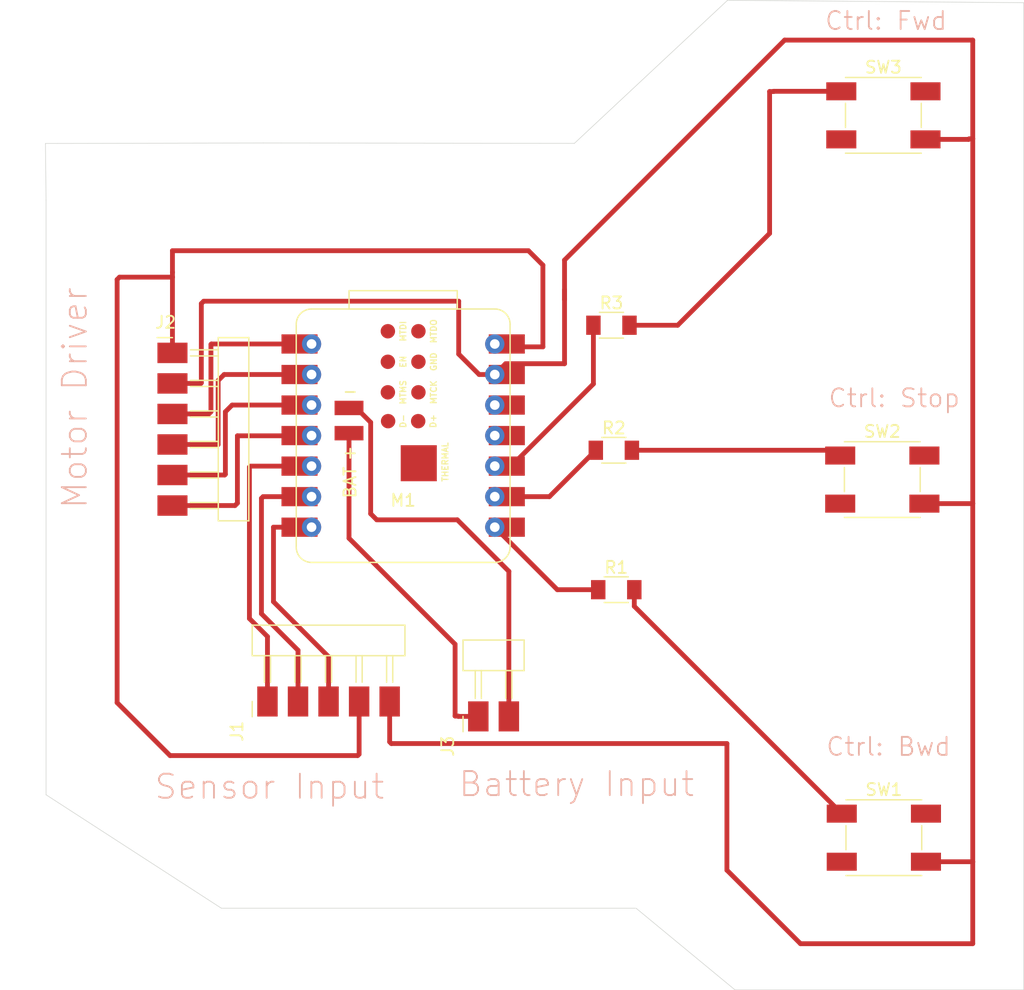
<source format=kicad_pcb>
(kicad_pcb (version 20241229) (generator "pcbnew") (generator_version "9.0")
  (layers (0 "F.Cu" signal) (2 "B.Cu" signal) (13 "F.Paste" user) (15 "B.Paste" user) (5 "F.SilkS" user "F.Silkscreen") (7 "B.SilkS" user "B.Silkscreen") (1 "F.Mask" user) (3 "B.Mask" user) (25 "Edge.Cuts" user))
  (net 0 "")
  (net 1 "Net-(J1-Pin_3)")
  (net 2 "Net-(J1-Pin_1)")
  (net 3 "Net-(J1-Pin_2)")
  (net 4 "Net-(J2-Pin_3)")
  (net 5 "Net-(J2-Pin_5)")
  (net 6 "Net-(J2-Pin_6)")
  (net 7 "Net-(J2-Pin_4)")
  (net 11 "Net-(M1-D8)")
  (net 12 "Net-(M1-D9)")
  (net 20 "Net-(M1-D7)")
  (net 24 "Net-(R1-Pad2)")
  (net 25 "Net-(R2-Pad2)")
  (net 26 "Net-(R3-Pad2)")
  (net 27 "Net-(J3-Pin_1)")
  (net 28 "Net-(J1-Pin_4)")
  (net 29 "Net-(J3-Pin_2)")
  (net 30 "Net-(J1-Pin_5)")
  (footprint "fab:R_1206" (layer "F.Cu") (at -137.5 -89)
    (property "Reference" "R3" (at 0 -1.85 0) (layer "F.SilkS"))
    (property "Value" "R_1206")
    (fp_line (start -1 -1.07) (end 1 -1.07) (stroke (width 0.12)) (layer "F.SilkS"))
    (fp_line (start 1 1.07) (end -1 1.07) (stroke (width 0.12)) (layer "F.SilkS"))
    (pad "1" smd rect (at -1.5 0) (size 1.2 1.6) (layers "F.Cu" "F.Mask" "F.Paste") (net 12 "Net-(M1-D9)"))
    (pad "2" smd rect (at 1.5 0) (size 1.2 1.6) (layers "F.Cu" "F.Mask" "F.Paste") (net 26 "Net-(R3-Pad2)"))
  )
  (footprint "fab:R_1206" (layer "F.Cu") (at -137.1 -67)
    (property "Reference" "R1" (at 0 -1.85 0) (layer "F.SilkS"))
    (property "Value" "R_1206")
    (fp_line (start -1 -1.07) (end 1 -1.07) (stroke (width 0.12)) (layer "F.SilkS"))
    (fp_line (start 1 1.07) (end -1 1.07) (stroke (width 0.12)) (layer "F.SilkS"))
    (pad "1" smd rect (at -1.5 0) (size 1.2 1.6) (layers "F.Cu" "F.Mask" "F.Paste") (net 20 "Net-(M1-D7)"))
    (pad "2" smd rect (at 1.5 0) (size 1.2 1.6) (layers "F.Cu" "F.Mask" "F.Paste") (net 24 "Net-(R1-Pad2)"))
  )
  (footprint "fab:Button_Omron_B3SN_6.0x6.0mm" (layer "F.Cu") (at -114.98 -76.16)
    (property "Reference" "SW2" (at 0 -4 0) (layer "F.SilkS"))
    (property "Value" "Switch_Tactile_Omron")
    (fp_line (start -3.15 -3.15) (end 3.15 -3.15) (stroke (width 0.12)) (layer "F.SilkS"))
    (fp_line (start -3.15 1) (end -3.15 -1) (stroke (width 0.12)) (layer "F.SilkS"))
    (fp_line (start 3.15 -1) (end 3.15 1) (stroke (width 0.12)) (layer "F.SilkS"))
    (fp_line (start 3.15 3.15) (end -3.15 3.15) (stroke (width 0.12)) (layer "F.SilkS"))
    (pad "1" smd rect (at -3.5 -2) (size 2.5 1.5) (layers "F.Cu" "F.Mask" "F.Paste") (net 25 "Net-(R2-Pad2)"))
    (pad "1" smd rect (at 3.5 -2) (size 2.5 1.5) (layers "F.Cu" "F.Mask" "F.Paste") (net 25 "Net-(R2-Pad2)"))
    (pad "2" smd rect (at -3.5 2) (size 2.5 1.5) (layers "F.Cu" "F.Mask" "F.Paste") (net 30 "Net-(J1-Pin_5)"))
    (pad "2" smd rect (at 3.5 2) (size 2.5 1.5) (layers "F.Cu" "F.Mask" "F.Paste") (net 30 "Net-(J1-Pin_5)"))
  )
  (footprint "fab:SeeedStudio_XIAO_ESP32S3" (layer "F.Cu") (at -154.82 -79.82)
    (property "Reference" "M1" (at 0 5.39 0) (layer "F.SilkS"))
    (property "Value" "Module_XIAO-ESP32S3")
    (fp_line (start -8.8875 9.281) (end -8.8875 -9.261) (stroke (width 0.12)) (layer "F.SilkS"))
    (fp_line (start -7.6175 -10.531) (end 7.6225 -10.531) (stroke (width 0.12)) (layer "F.SilkS"))
    (fp_line (start 7.6225 10.551) (end -7.6175 10.551) (stroke (width 0.12)) (layer "F.SilkS"))
    (fp_line (start 8.8925 -9.261) (end 8.8925 9.281) (stroke (width 0.12)) (layer "F.SilkS"))
    (fp_rect (start -4.4975 -10.531) (end 4.5025 -12.055) (stroke (width 0.12)) (fill no) (layer "F.SilkS"))
    (fp_arc (start -8.8875 -9.261) (mid -8.515526 -10.159026) (end -7.6175 -10.531) (stroke (width 0.12)) (layer "F.SilkS"))
    (fp_arc (start -7.6175 10.551) (mid -8.515526 10.179026) (end -8.8875 9.281) (stroke (width 0.12)) (layer "F.SilkS"))
    (fp_arc (start 7.6225 -10.531) (mid 8.520526 -10.159026) (end 8.8925 -9.261) (stroke (width 0.12)) (layer "F.SilkS"))
    (fp_arc (start 8.8925 9.281) (mid 8.520526 10.179026) (end 7.6225 10.551) (stroke (width 0.12)) (layer "F.SilkS"))
    (fp_text user "THERMAL" (at 3.5 2.2 90) (layer "F.SilkS") (effects (font (size 0.5 0.5) (thickness 0.1) (bold yes))))
    (fp_text user "MTDI" (at 0 -8.68 90) (layer "F.SilkS") (effects (font (size 0.5 0.5) (thickness 0.1) (bold yes))))
    (fp_text user "MTDO" (at 2.54 -8.68 90) (layer "F.SilkS") (effects (font (size 0.5 0.5) (thickness 0.1) (bold yes))))
    (fp_text user "EN" (at 0 -6.14 90) (layer "F.SilkS") (effects (font (size 0.5 0.5) (thickness 0.1) (bold yes))))
    (fp_text user "MTCK" (at 2.54 -3.6 90) (layer "F.SilkS") (effects (font (size 0.5 0.5) (thickness 0.1) (bold yes))))
    (fp_text user "D+" (at 2.5 -1.2 90) (layer "F.SilkS") (effects (font (size 0.5 0.5) (thickness 0.1) (bold yes))))
    (fp_text user "GND" (at 2.54 -6.14 90) (layer "F.SilkS") (effects (font (size 0.5 0.5) (thickness 0.1) (bold yes))))
    (fp_text user "BAT" (at -5 3.9 90) (layer "F.SilkS") (effects (justify top)))
    (fp_text user "MTMS" (at 0 -3.6 90) (layer "F.SilkS") (effects (font (size 0.5 0.5) (thickness 0.1) (bold yes))))
    (fp_text user "+" (at -4.4 1.4 0) (layer "F.SilkS"))
    (fp_text user "D-" (at 0 -1.2 90) (layer "F.SilkS") (effects (font (size 0.5 0.5) (thickness 0.1) (bold yes))))
    (fp_text user "-" (at -4.4 -3.7 0) (layer "F.SilkS"))
    (pad "1" thru_hole circle (at -7.615 -7.62) (size 1.6 1.6) (drill 0.8) (layers "*.Cu" "*.Mask") (net 4 "Net-(J2-Pin_3)"))
    (pad "1" smd rect (at -7.615 -7.62) (size 3 1.6) (drill (offset -1 0)) (layers "F.Cu" "F.Mask" "F.Paste") (net 4 "Net-(J2-Pin_3)"))
    (pad "2" thru_hole circle (at -7.615 -5.08) (size 1.6 1.6) (drill 0.8) (layers "*.Cu" "*.Mask") (net 7 "Net-(J2-Pin_4)"))
    (pad "2" smd rect (at -7.615 -5.08) (size 3 1.6) (drill (offset -1 0)) (layers "F.Cu" "F.Mask" "F.Paste") (net 7 "Net-(J2-Pin_4)"))
    (pad "3" thru_hole circle (at -7.615 -2.54) (size 1.6 1.6) (drill 0.8) (layers "*.Cu" "*.Mask") (net 5 "Net-(J2-Pin_5)"))
    (pad "3" smd rect (at -7.615 -2.54) (size 3 1.6) (drill (offset -1 0)) (layers "F.Cu" "F.Mask" "F.Paste") (net 5 "Net-(J2-Pin_5)"))
    (pad "4" thru_hole circle (at -7.615 0) (size 1.6 1.6) (drill 0.8) (layers "*.Cu" "*.Mask") (net 6 "Net-(J2-Pin_6)"))
    (pad "4" smd rect (at -7.615 0) (size 3 1.6) (drill (offset -1 0)) (layers "F.Cu" "F.Mask" "F.Paste") (net 6 "Net-(J2-Pin_6)"))
    (pad "5" thru_hole circle (at -7.615 2.54) (size 1.6 1.6) (drill 0.8) (layers "*.Cu" "*.Mask") (net 2 "Net-(J1-Pin_1)"))
    (pad "5" smd rect (at -7.615 2.54) (size 3 1.6) (drill (offset -1 0)) (layers "F.Cu" "F.Mask" "F.Paste") (net 2 "Net-(J1-Pin_1)"))
    (pad "6" thru_hole circle (at -7.615 5.08) (size 1.6 1.6) (drill 0.8) (layers "*.Cu" "*.Mask") (net 3 "Net-(J1-Pin_2)"))
    (pad "6" smd rect (at -7.615 5.08) (size 3 1.6) (drill (offset -1 0)) (layers "F.Cu" "F.Mask" "F.Paste") (net 3 "Net-(J1-Pin_2)"))
    (pad "7" thru_hole circle (at -7.615 7.62) (size 1.6 1.6) (drill 0.8) (layers "*.Cu" "*.Mask") (net 1 "Net-(J1-Pin_3)"))
    (pad "7" smd rect (at -7.615 7.62) (size 3 1.6) (drill (offset -1 0)) (layers "F.Cu" "F.Mask" "F.Paste") (net 1 "Net-(J1-Pin_3)"))
    (pad "8" thru_hole circle (at 7.62 7.62) (size 1.6 1.6) (drill 0.8) (layers "*.Cu" "*.Mask") (net 20 "Net-(M1-D7)"))
    (pad "8" smd rect (at 7.62 7.62) (size 3 1.6) (drill (offset 1 0)) (layers "F.Cu" "F.Mask" "F.Paste") (net 20 "Net-(M1-D7)"))
    (pad "9" thru_hole circle (at 7.62 5.08) (size 1.6 1.6) (drill 0.8) (layers "*.Cu" "*.Mask") (net 11 "Net-(M1-D8)"))
    (pad "9" smd rect (at 7.62 5.08) (size 3 1.6) (drill (offset 1 0)) (layers "F.Cu" "F.Mask" "F.Paste") (net 11 "Net-(M1-D8)"))
    (pad "10" thru_hole circle (at 7.62 2.54) (size 1.6 1.6) (drill 0.8) (layers "*.Cu" "*.Mask") (net 12 "Net-(M1-D9)"))
    (pad "10" smd rect (at 7.62 2.54) (size 3 1.6) (drill (offset 1 0)) (layers "F.Cu" "F.Mask" "F.Paste") (net 12 "Net-(M1-D9)"))
    (pad "11" thru_hole circle (at 7.62 0) (size 1.6 1.6) (drill 0.8) (layers "*.Cu" "*.Mask"))
    (pad "11" smd rect (at 7.62 0) (size 3 1.6) (drill (offset 1 0)) (layers "F.Cu" "F.Mask" "F.Paste"))
    (pad "12" thru_hole circle (at 7.62 -2.54) (size 1.6 1.6) (drill 0.8) (layers "*.Cu" "*.Mask"))
    (pad "12" smd rect (at 7.62 -2.54) (size 3 1.6) (drill (offset 1 0)) (layers "F.Cu" "F.Mask" "F.Paste"))
    (pad "13" thru_hole circle (at 7.62 -5.08) (size 1.6 1.6) (drill 0.8) (layers "*.Cu" "*.Mask") (net 30 "Net-(J1-Pin_5)"))
    (pad "13" smd rect (at 7.62 -5.08) (size 3 1.6) (drill (offset 1 0)) (layers "F.Cu" "F.Mask" "F.Paste") (net 30 "Net-(J1-Pin_5)"))
    (pad "14" thru_hole circle (at 7.62 -7.62) (size 1.6 1.6) (drill 0.8) (layers "*.Cu" "*.Mask") (net 28 "Net-(J1-Pin_4)"))
    (pad "14" smd rect (at 7.62 -7.62) (size 3 1.6) (drill (offset 1 0)) (layers "F.Cu" "F.Mask" "F.Paste") (net 28 "Net-(J1-Pin_4)"))
    (pad "15" smd rect (at -4.5 -2.3) (size 2.4 1.2) (layers "F.Cu" "F.Mask" "F.Paste") (net 29 "Net-(J3-Pin_2)"))
    (pad "16" smd rect (at -4.5 -0.2) (size 2.4 1.2) (layers "F.Cu" "F.Mask" "F.Paste") (net 27 "Net-(J3-Pin_1)"))
    (pad "17" smd circle (at -1.27 -8.68) (size 1.2 1.2) (layers "F.Cu" "F.Mask" "F.Paste"))
    (pad "18" smd circle (at -1.27 -6.14) (size 1.2 1.2) (layers "F.Cu" "F.Mask" "F.Paste"))
    (pad "19" smd circle (at -1.27 -3.6) (size 1.2 1.2) (layers "F.Cu" "F.Mask" "F.Paste"))
    (pad "20" smd circle (at 1.27 -3.6) (size 1.2 1.2) (layers "F.Cu" "F.Mask" "F.Paste"))
    (pad "21" smd circle (at 1.27 -6.14) (size 1.2 1.2) (layers "F.Cu" "F.Mask" "F.Paste"))
    (pad "22" smd circle (at 1.27 -8.68) (size 1.2 1.2) (layers "F.Cu" "F.Mask" "F.Paste"))
    (pad "23" smd circle (at -1.25 -1.2) (size 1.2 1.2) (layers "F.Cu" "F.Mask" "F.Paste"))
    (pad "24" smd circle (at 1.25 -1.2) (size 1.2 1.2) (layers "F.Cu" "F.Mask" "F.Paste"))
    (pad "25" smd rect (at 1.3 2.3) (size 3 3) (layers "F.Cu" "F.Mask" "F.Paste"))
  )
  (footprint "fab:R_1206" (layer "F.Cu") (at -137.3 -78.6)
    (property "Reference" "R2" (at 0 -1.85 0) (layer "F.SilkS"))
    (property "Value" "R_1206")
    (fp_line (start -1 -1.07) (end 1 -1.07) (stroke (width 0.12)) (layer "F.SilkS"))
    (fp_line (start 1 1.07) (end -1 1.07) (stroke (width 0.12)) (layer "F.SilkS"))
    (pad "1" smd rect (at -1.5 0) (size 1.2 1.6) (layers "F.Cu" "F.Mask" "F.Paste") (net 11 "Net-(M1-D8)"))
    (pad "2" smd rect (at 1.5 0) (size 1.2 1.6) (layers "F.Cu" "F.Mask" "F.Paste") (net 25 "Net-(R2-Pad2)"))
  )
  (footprint "fab:PinHeader_01x02_P2.54mm_Horizontal_SMD" (layer "F.Cu") (at -148.57 -56.46 90)
    (property "Reference" "J3" (at -1.524 -2.54 90) (layer "F.SilkS") (effects (justify right)))
    (property "Value" "PinHeader_01x02_P2.54mm_Horizontal_SMD")
    (fp_line (start 6.35 -1.27) (end 6.35 3.81) (stroke (width 0.12)) (layer "F.SilkS"))
    (fp_line (start 3.81 -1.27) (end 6.35 -1.27) (stroke (width 0.12)) (layer "F.SilkS"))
    (fp_line (start -1.27 -1.27) (end 0 -1.27) (stroke (width 0.12)) (layer "F.SilkS"))
    (fp_line (start 3.81 -0.254) (end 1.5 -0.254) (stroke (width 0.12)) (layer "F.SilkS"))
    (fp_line (start 3.81 0.254) (end 1.5 0.254) (stroke (width 0.12)) (layer "F.SilkS"))
    (fp_line (start 3.81 2.286) (end 1.5 2.286) (stroke (width 0.12)) (layer "F.SilkS"))
    (fp_line (start 3.81 2.794) (end 1.5 2.794) (stroke (width 0.12)) (layer "F.SilkS"))
    (fp_line (start 6.35 3.81) (end 3.81 3.81) (stroke (width 0.12)) (layer "F.SilkS"))
    (fp_line (start 3.81 3.81) (end 3.81 -1.27) (stroke (width 0.12)) (layer "F.SilkS"))
    (pad "1" smd rect (at 0 0 90) (size 2.5 1.7) (layers "F.Cu" "F.Mask" "F.Paste") (net 27 "Net-(J3-Pin_1)"))
    (pad "2" smd rect (at 0 2.54 90) (size 2.5 1.7) (layers "F.Cu" "F.Mask" "F.Paste") (net 29 "Net-(J3-Pin_2)"))
  )
  (footprint "fab:PinHeader_01x05_P2.54mm_Horizontal_SMD" (layer "F.Cu") (at -166.1 -57.7 90)
    (property "Reference" "J1" (at -1.524 -2.54 90) (layer "F.SilkS") (effects (justify right)))
    (property "Value" "PinHeader_01x05_P2.54mm_Horizontal_SMD")
    (fp_line (start 6.35 -1.27) (end 6.35 11.43) (stroke (width 0.12)) (layer "F.SilkS"))
    (fp_line (start 3.81 -1.27) (end 6.35 -1.27) (stroke (width 0.12)) (layer "F.SilkS"))
    (fp_line (start -1.27 -1.27) (end 0 -1.27) (stroke (width 0.12)) (layer "F.SilkS"))
    (fp_line (start 3.81 -0.254) (end 1.6 -0.254) (stroke (width 0.12)) (layer "F.SilkS"))
    (fp_line (start 3.81 0.254) (end 1.6 0.254) (stroke (width 0.12)) (layer "F.SilkS"))
    (fp_line (start 3.81 2.286) (end 1.6 2.286) (stroke (width 0.12)) (layer "F.SilkS"))
    (fp_line (start 3.81 2.794) (end 1.6 2.794) (stroke (width 0.12)) (layer "F.SilkS"))
    (fp_line (start 3.81 4.826) (end 1.6 4.826) (stroke (width 0.12)) (layer "F.SilkS"))
    (fp_line (start 3.81 5.334) (end 1.6 5.334) (stroke (width 0.12)) (layer "F.SilkS"))
    (fp_line (start 3.81 7.366) (end 1.6 7.366) (stroke (width 0.12)) (layer "F.SilkS"))
    (fp_line (start 3.81 7.874) (end 1.6 7.874) (stroke (width 0.12)) (layer "F.SilkS"))
    (fp_line (start 3.81 9.906) (end 1.6 9.906) (stroke (width 0.12)) (layer "F.SilkS"))
    (fp_line (start 3.81 10.414) (end 1.6 10.414) (stroke (width 0.12)) (layer "F.SilkS"))
    (fp_line (start 6.35 11.43) (end 3.81 11.43) (stroke (width 0.12)) (layer "F.SilkS"))
    (fp_line (start 3.81 11.43) (end 3.81 -1.27) (stroke (width 0.12)) (layer "F.SilkS"))
    (pad "1" smd rect (at 0 0 90) (size 2.5 1.7) (layers "F.Cu" "F.Mask" "F.Paste") (net 2 "Net-(J1-Pin_1)"))
    (pad "2" smd rect (at 0 2.54 90) (size 2.5 1.7) (layers "F.Cu" "F.Mask" "F.Paste") (net 3 "Net-(J1-Pin_2)"))
    (pad "3" smd rect (at 0 5.08 90) (size 2.5 1.7) (layers "F.Cu" "F.Mask" "F.Paste") (net 1 "Net-(J1-Pin_3)"))
    (pad "4" smd rect (at 0 7.62 90) (size 2.5 1.7) (layers "F.Cu" "F.Mask" "F.Paste") (net 28 "Net-(J1-Pin_4)"))
    (pad "5" smd rect (at 0 10.16 90) (size 2.5 1.7) (layers "F.Cu" "F.Mask" "F.Paste") (net 30 "Net-(J1-Pin_5)"))
  )
  (footprint "fab:Button_Omron_B3SN_6.0x6.0mm" (layer "F.Cu") (at -114.85 -46.37)
    (property "Reference" "SW1" (at 0 -4 0) (layer "F.SilkS"))
    (property "Value" "Switch_Tactile_Omron")
    (fp_line (start -3.15 -3.15) (end 3.15 -3.15) (stroke (width 0.12)) (layer "F.SilkS"))
    (fp_line (start -3.15 1) (end -3.15 -1) (stroke (width 0.12)) (layer "F.SilkS"))
    (fp_line (start 3.15 -1) (end 3.15 1) (stroke (width 0.12)) (layer "F.SilkS"))
    (fp_line (start 3.15 3.15) (end -3.15 3.15) (stroke (width 0.12)) (layer "F.SilkS"))
    (pad "1" smd rect (at -3.5 -2) (size 2.5 1.5) (layers "F.Cu" "F.Mask" "F.Paste") (net 24 "Net-(R1-Pad2)"))
    (pad "1" smd rect (at 3.5 -2) (size 2.5 1.5) (layers "F.Cu" "F.Mask" "F.Paste") (net 24 "Net-(R1-Pad2)"))
    (pad "2" smd rect (at -3.5 2) (size 2.5 1.5) (layers "F.Cu" "F.Mask" "F.Paste") (net 30 "Net-(J1-Pin_5)"))
    (pad "2" smd rect (at 3.5 2) (size 2.5 1.5) (layers "F.Cu" "F.Mask" "F.Paste") (net 30 "Net-(J1-Pin_5)"))
  )
  (footprint "fab:Button_Omron_B3SN_6.0x6.0mm" (layer "F.Cu") (at -114.89 -106.46)
    (property "Reference" "SW3" (at 0 -4 0) (layer "F.SilkS"))
    (property "Value" "Switch_Tactile_Omron")
    (fp_line (start -3.15 -3.15) (end 3.15 -3.15) (stroke (width 0.12)) (layer "F.SilkS"))
    (fp_line (start -3.15 1) (end -3.15 -1) (stroke (width 0.12)) (layer "F.SilkS"))
    (fp_line (start 3.15 -1) (end 3.15 1) (stroke (width 0.12)) (layer "F.SilkS"))
    (fp_line (start 3.15 3.15) (end -3.15 3.15) (stroke (width 0.12)) (layer "F.SilkS"))
    (pad "1" smd rect (at -3.5 -2) (size 2.5 1.5) (layers "F.Cu" "F.Mask" "F.Paste") (net 26 "Net-(R3-Pad2)"))
    (pad "1" smd rect (at 3.5 -2) (size 2.5 1.5) (layers "F.Cu" "F.Mask" "F.Paste") (net 26 "Net-(R3-Pad2)"))
    (pad "2" smd rect (at -3.5 2) (size 2.5 1.5) (layers "F.Cu" "F.Mask" "F.Paste") (net 30 "Net-(J1-Pin_5)"))
    (pad "2" smd rect (at 3.5 2) (size 2.5 1.5) (layers "F.Cu" "F.Mask" "F.Paste") (net 30 "Net-(J1-Pin_5)"))
  )
  (footprint "fab:PinHeader_01x06_P2.54mm_Horizontal_SMD" (layer "F.Cu") (at -174 -86.7)
    (property "Reference" "J2" (at -1.524 -2.54 180) (layer "F.SilkS") (effects (justify left)))
    (property "Value" "PinHeader_01x06_P2.54mm_Horizontal_SMD")
    (fp_line (start -1.27 -1.27) (end 0 -1.27) (stroke (width 0.12)) (layer "F.SilkS"))
    (fp_line (start 3.81 -1.27) (end 6.35 -1.27) (stroke (width 0.12)) (layer "F.SilkS"))
    (fp_line (start 3.81 -0.254) (end 1.5 -0.254) (stroke (width 0.12)) (layer "F.SilkS"))
    (fp_line (start 3.81 0.254) (end 1.5 0.254) (stroke (width 0.12)) (layer "F.SilkS"))
    (fp_line (start 3.81 2.286) (end 1.5 2.286) (stroke (width 0.12)) (layer "F.SilkS"))
    (fp_line (start 3.81 2.794) (end 1.5 2.794) (stroke (width 0.12)) (layer "F.SilkS"))
    (fp_line (start 3.81 4.826) (end 1.5 4.826) (stroke (width 0.12)) (layer "F.SilkS"))
    (fp_line (start 3.81 5.334) (end 1.5 5.334) (stroke (width 0.12)) (layer "F.SilkS"))
    (fp_line (start 3.81 7.366) (end 1.5 7.366) (stroke (width 0.12)) (layer "F.SilkS"))
    (fp_line (start 3.81 7.874) (end 1.5 7.874) (stroke (width 0.12)) (layer "F.SilkS"))
    (fp_line (start 3.81 9.906) (end 1.5 9.906) (stroke (width 0.12)) (layer "F.SilkS"))
    (fp_line (start 3.81 10.414) (end 1.5 10.414) (stroke (width 0.12)) (layer "F.SilkS"))
    (fp_line (start 3.81 12.446) (end 1.5 12.446) (stroke (width 0.12)) (layer "F.SilkS"))
    (fp_line (start 3.81 12.954) (end 1.5 12.954) (stroke (width 0.12)) (layer "F.SilkS"))
    (fp_line (start 3.81 13.97) (end 3.81 -1.27) (stroke (width 0.12)) (layer "F.SilkS"))
    (fp_line (start 6.35 -1.27) (end 6.35 13.97) (stroke (width 0.12)) (layer "F.SilkS"))
    (fp_line (start 6.35 13.97) (end 3.81 13.97) (stroke (width 0.12)) (layer "F.SilkS"))
    (pad "1" smd rect (at 0 0) (size 2.5 1.7) (layers "F.Cu" "F.Mask" "F.Paste") (net 28 "Net-(J1-Pin_4)"))
    (pad "2" smd rect (at 0 2.54) (size 2.5 1.7) (layers "F.Cu" "F.Mask" "F.Paste") (net 30 "Net-(J1-Pin_5)"))
    (pad "3" smd rect (at 0 5.08) (size 2.5 1.7) (layers "F.Cu" "F.Mask" "F.Paste") (net 4 "Net-(J2-Pin_3)"))
    (pad "4" smd rect (at 0 7.62) (size 2.5 1.7) (layers "F.Cu" "F.Mask" "F.Paste") (net 7 "Net-(J2-Pin_4)"))
    (pad "5" smd rect (at 0 10.16) (size 2.5 1.7) (layers "F.Cu" "F.Mask" "F.Paste") (net 5 "Net-(J2-Pin_5)"))
    (pad "6" smd rect (at 0 12.7) (size 2.5 1.7) (layers "F.Cu" "F.Mask" "F.Paste") (net 6 "Net-(J2-Pin_6)"))
  )
  (gr_line (start -140.58 -104.13) (end -166.46 -104.16) (stroke (width 0.05)) (layer "Edge.Cuts"))
  (gr_line (start -184.51 -49.94) (end -169.93 -40.5) (stroke (width 0.05)) (layer "Edge.Cuts"))
  (gr_line (start -184.56 -104.12) (end -184.51 -99.41) (stroke (width 0.05)) (layer "Edge.Cuts"))
  (gr_line (start -184.51 -99.41) (end -184.51 -49.94) (stroke (width 0.05)) (layer "Edge.Cuts"))
  (gr_line (start -169.93 -40.5) (end -135.45 -40.5) (stroke (width 0.05)) (layer "Edge.Cuts"))
  (gr_line (start -103.22 -33.72) (end -103.22 -115.83) (stroke (width 0.05)) (layer "Edge.Cuts"))
  (gr_line (start -135.45 -40.5) (end -127.24 -33.72) (stroke (width 0.05)) (layer "Edge.Cuts"))
  (gr_line (start -103.22 -115.83) (end -127.85 -116.03) (stroke (width 0.05)) (layer "Edge.Cuts"))
  (gr_line (start -127.85 -116.03) (end -140.58 -104.13) (stroke (width 0.05)) (layer "Edge.Cuts"))
  (gr_line (start -166.46 -104.16) (end -184.56 -104.12) (stroke (width 0.05)) (layer "Edge.Cuts"))
  (gr_line (start -127.24 -33.72) (end -103.22 -33.72) (stroke (width 0.05)) (layer "Edge.Cuts"))
  (gr_text "Battery Input" (at -150.31 -49.66 0) (layer "B.SilkS") (effects (font (size 2 2)) (justify left bottom)))
  (gr_text "Motor Driver\n" (at -180.95 -73.62 90) (layer "B.SilkS") (effects (font (size 2 2)) (justify left bottom)))
  (gr_text "Ctrl: Fwd\n" (at -119.84 -113.45 0) (layer "B.SilkS") (effects (font (size 1.5 1.5)) (justify left bottom)))
  (gr_text "Ctrl: Stop\n" (at -119.55 -82.06 0) (layer "B.SilkS") (effects (font (size 1.5 1.5)) (justify left bottom)))
  (gr_text "Sensor Input\n" (at -175.6 -49.44 0) (layer "B.SilkS") (effects (font (size 2 2)) (justify left bottom)))
  (gr_text "Ctrl: Bwd\n\n" (at -119.74 -50.65 0) (layer "B.SilkS") (effects (font (size 1.5 1.5)) (justify left bottom)))
  (segment (start -162.435 -72.2) (end -165.6 -72.2) (width 0.4) (layer "F.Cu") (net 1))
  (segment (start -161 -61.4) (end -161.02 -61.38) (width 0.4) (layer "F.Cu") (net 1))
  (segment (start -161.02 -61.38) (end -161.02 -57.7) (width 0.4) (layer "F.Cu") (net 1))
  (segment (start -165.6 -66) (end -161 -61.4) (width 0.4) (layer "F.Cu") (net 1))
  (segment (start -165.6 -72.2) (end -165.6 -66) (width 0.4) (layer "F.Cu") (net 1))
  (segment (start -162.435 -77.28) (end -167.52 -77.28) (width 0.4) (layer "F.Cu") (net 2))
  (segment (start -167.6 -77.2) (end -167.6 -64.6) (width 0.4) (layer "F.Cu") (net 2))
  (segment (start -167.6 -64.6) (end -166.1 -63.1) (width 0.4) (layer "F.Cu") (net 2))
  (segment (start -167.52 -77.28) (end -167.6 -77.2) (width 0.4) (layer "F.Cu") (net 2))
  (segment (start -166.1 -63.1) (end -166.1 -57.7) (width 0.4) (layer "F.Cu") (net 2))
  (segment (start -166.6 -74.6) (end -166.6 -65) (width 0.4) (layer "F.Cu") (net 3))
  (segment (start -163.56 -61.96) (end -163.56 -57.7) (width 0.4) (layer "F.Cu") (net 3))
  (segment (start -166.6 -65) (end -163.56 -61.96) (width 0.4) (layer "F.Cu") (net 3))
  (segment (start -162.435 -74.74) (end -166.46 -74.74) (width 0.4) (layer "F.Cu") (net 3))
  (segment (start -166.46 -74.74) (end -166.6 -74.6) (width 0.4) (layer "F.Cu") (net 3))
  (segment (start -170.8 -81.8) (end -171 -81.6) (width 0.4) (layer "F.Cu") (net 4))
  (segment (start -171 -81.6) (end -171.02 -81.62) (width 0.4) (layer "F.Cu") (net 4))
  (segment (start -171.02 -81.62) (end -174 -81.62) (width 0.4) (layer "F.Cu") (net 4))
  (segment (start -170.8 -87.4) (end -170.8 -81.8) (width 0.4) (layer "F.Cu") (net 4))
  (segment (start -162.435 -87.44) (end -170.76 -87.44) (width 0.4) (layer "F.Cu") (net 4))
  (segment (start -170.76 -87.44) (end -170.8 -87.4) (width 0.4) (layer "F.Cu") (net 4))
  (segment (start -169.66 -76.54) (end -174 -76.54) (width 0.4) (layer "F.Cu") (net 5))
  (segment (start -162.435 -82.36) (end -169.04 -82.36) (width 0.4) (layer "F.Cu") (net 5))
  (segment (start -169.6 -81.8) (end -169.6 -76.6) (width 0.4) (layer "F.Cu") (net 5))
  (segment (start -169.6 -76.6) (end -169.66 -76.54) (width 0.4) (layer "F.Cu") (net 5))
  (segment (start -169.04 -82.36) (end -169.6 -81.8) (width 0.4) (layer "F.Cu") (net 5))
  (segment (start -162.455 -79.8) (end -168.6 -79.8) (width 0.4) (layer "F.Cu") (net 6))
  (segment (start -168.8 -74) (end -174 -74) (width 0.4) (layer "F.Cu") (net 6))
  (segment (start -162.435 -79.82) (end -162.455 -79.8) (width 0.4) (layer "F.Cu") (net 6))
  (segment (start -168.6 -74.2) (end -168.8 -74) (width 0.4) (layer "F.Cu") (net 6))
  (segment (start -168.6 -79.8) (end -168.6 -74.2) (width 0.4) (layer "F.Cu") (net 6))
  (segment (start -162.435 -84.9) (end -169.7 -84.9) (width 0.4) (layer "F.Cu") (net 7))
  (segment (start -170.2 -79.08) (end -174 -79.08) (width 0.4) (layer "F.Cu") (net 7))
  (segment (start -169.7 -84.9) (end -170.2 -84.4) (width 0.4) (layer "F.Cu") (net 7))
  (segment (start -170.2 -84.4) (end -170.2 -79.08) (width 0.4) (layer "F.Cu") (net 7))
  (segment (start -147.2 -74.74) (end -142.66 -74.74) (width 0.4) (layer "F.Cu") (net 11))
  (segment (start -142.66 -74.74) (end -138.8 -78.6) (width 0.4) (layer "F.Cu") (net 11))
  (segment (start -147.2 -77.28) (end -145.838 -77.28) (width 0.4) (layer "F.Cu") (net 12))
  (segment (start -145.838 -77.28) (end -139 -84.118) (width 0.4) (layer "F.Cu") (net 12))
  (segment (start -139 -84.118) (end -139 -89) (width 0.4) (layer "F.Cu") (net 12))
  (segment (start -147.2 -72.2) (end -142 -67) (width 0.4) (layer "F.Cu") (net 20))
  (segment (start -142 -67) (end -138.6 -67) (width 0.4) (layer "F.Cu") (net 20))
  (segment (start -135.6 -67) (end -135.6 -65.62) (width 0.4) (layer "F.Cu") (net 24))
  (segment (start -135.6 -65.62) (end -118.35 -48.37) (width 0.4) (layer "F.Cu") (net 24))
  (segment (start -118.92 -78.6) (end -118.48 -78.16) (width 0.4) (layer "F.Cu") (net 25))
  (segment (start -135.8 -78.6) (end -118.92 -78.6) (width 0.4) (layer "F.Cu") (net 25))
  (segment (start -131.99 -89) (end -124.35 -96.64) (width 0.4) (layer "F.Cu") (net 26))
  (segment (start -124.01 -108.46) (end -118.39 -108.46) (width 0.4) (layer "F.Cu") (net 26))
  (segment (start -124.35 -108.44) (end -124.03 -108.44) (width 0.4) (layer "F.Cu") (net 26))
  (segment (start -124.03 -108.44) (end -124.01 -108.46) (width 0.4) (layer "F.Cu") (net 26))
  (segment (start -136 -89) (end -131.99 -89) (width 0.4) (layer "F.Cu") (net 26))
  (segment (start -124.35 -96.64) (end -124.35 -108.44) (width 0.4) (layer "F.Cu") (net 26))
  (segment (start -150.5 -62.46) (end -150.5 -56.49) (width 0.4) (layer "F.Cu") (net 27))
  (segment (start -150.26 -56.49) (end -150.23 -56.46) (width 0.4) (layer "F.Cu") (net 27))
  (segment (start -159.32 -71.28) (end -150.5 -62.46) (width 0.4) (layer "F.Cu") (net 27))
  (segment (start -150.23 -56.46) (end -148.57 -56.46) (width 0.4) (layer "F.Cu") (net 27))
  (segment (start -150.5 -56.49) (end -150.26 -56.49) (width 0.4) (layer "F.Cu") (net 27))
  (segment (start -159.32 -80.02) (end -159.32 -71.28) (width 0.4) (layer "F.Cu") (net 27))
  (segment (start -174 -95.2) (end -144.4 -95.2) (width 0.4) (layer "F.Cu") (net 28))
  (segment (start -143.2 -94) (end -143.2 -87.2) (width 0.4) (layer "F.Cu") (net 28))
  (segment (start -158.48 -53.32) (end -158.48 -57.7) (width 0.4) (layer "F.Cu") (net 28))
  (segment (start -174.2 -53.2) (end -158.6 -53.2) (width 0.4) (layer "F.Cu") (net 28))
  (segment (start -174 -93) (end -178.4 -93) (width 0.4) (layer "F.Cu") (net 28))
  (segment (start -178.6 -57.6) (end -174.2 -53.2) (width 0.4) (layer "F.Cu") (net 28))
  (segment (start -178.4 -93) (end -178.6 -92.8) (width 0.4) (layer "F.Cu") (net 28))
  (segment (start -146.96 -87.2) (end -147.2 -87.44) (width 0.4) (layer "F.Cu") (net 28))
  (segment (start -174 -86.7) (end -174 -93) (width 0.4) (layer "F.Cu") (net 28))
  (segment (start -178.6 -92.8) (end -178.6 -57.6) (width 0.4) (layer "F.Cu") (net 28))
  (segment (start -174 -93.4) (end -174 -95.2) (width 0.4) (layer "F.Cu") (net 28))
  (segment (start -158.6 -53.2) (end -158.48 -53.32) (width 0.4) (layer "F.Cu") (net 28))
  (segment (start -143.2 -87.2) (end -146.96 -87.2) (width 0.4) (layer "F.Cu") (net 28))
  (segment (start -144.4 -95.2) (end -143.2 -94) (width 0.4) (layer "F.Cu") (net 28))
  (segment (start -174 -93) (end -174 -93.4) (width 0.4) (layer "F.Cu") (net 28))
  (segment (start -157.519 -80.919) (end -158.72 -82.12) (width 0.4) (layer "F.Cu") (net 29))
  (segment (start -146.03 -56.46) (end -146.03 -68.528) (width 0.4) (layer "F.Cu") (net 29))
  (segment (start -146.03 -68.528) (end -150.312 -72.81) (width 0.4) (layer "F.Cu") (net 29))
  (segment (start -159.32 -82.12) (end -158.99 -81.79) (width 0.4) (layer "F.Cu") (net 29))
  (segment (start -157.519 -73.319) (end -157.519 -80.919) (width 0.4) (layer "F.Cu") (net 29))
  (segment (start -150.312 -72.81) (end -157.01 -72.81) (width 0.4) (layer "F.Cu") (net 29))
  (segment (start -158.72 -82.12) (end -159.32 -82.12) (width 0.4) (layer "F.Cu") (net 29))
  (segment (start -157.01 -72.81) (end -157.519 -73.319) (width 0.4) (layer "F.Cu") (net 29))
  (segment (start -155.94 -54.34) (end -155.94 -57.7) (width 0.4) (layer "F.Cu") (net 30))
  (segment (start -171.6 -84.2) (end -171.64 -84.16) (width 0.4) (layer "F.Cu") (net 30))
  (segment (start -141.4 -91.14) (end -141.4 -91.95) (width 0.4) (layer "F.Cu") (net 30))
  (segment (start -141.4 -94.42) (end -123.1 -112.72) (width 0.4) (layer "F.Cu") (net 30))
  (segment (start -123.1 -112.72) (end -107.46 -112.72) (width 0.4) (layer "F.Cu") (net 30))
  (segment (start -107.46 -112.72) (end -107.46 -104.51) (width 0.4) (layer "F.Cu") (net 30))
  (segment (start -148.5 -84.9) (end -150.2 -86.6) (width 0.4) (layer "F.Cu") (net 30))
  (segment (start -107.47 -74.16) (end -111.48 -74.16) (width 0.4) (layer "F.Cu") (net 30))
  (segment (start -147.2 -84.9) (end -148.5 -84.9) (width 0.4) (layer "F.Cu") (net 30))
  (segment (start -121.78 -37.55) (end -107.47 -37.55) (width 0.4) (layer "F.Cu") (net 30))
  (segment (start -107.46 -44.36) (end -107.46 -37.56) (width 0.4) (layer "F.Cu") (net 30))
  (segment (start -141.4 -85.8) (end -141.4 -91.14) (width 0.4) (layer "F.Cu") (net 30))
  (segment (start -107.46 -74.17) (end -107.47 -74.16) (width 0.4) (layer "F.Cu") (net 30))
  (segment (start -127.9 -43.67) (end -121.78 -37.55) (width 0.4) (layer "F.Cu") (net 30))
  (segment (start -107.47 -44.37) (end -111.35 -44.37) (width 0.4) (layer "F.Cu") (net 30))
  (segment (start -171.6 -90.8) (end -171.6 -84.2) (width 0.4) (layer "F.Cu") (net 30))
  (segment (start -127.9 -54.2) (end -127.9 -43.67) (width 0.4) (layer "F.Cu") (net 30))
  (segment (start -107.46 -104.51) (end -107.46 -74.17) (width 0.4) (layer "F.Cu") (net 30))
  (segment (start -107.46 -44.36) (end -107.47 -44.37) (width 0.4) (layer "F.Cu") (net 30))
  (segment (start -107.46 -104.51) (end -107.75 -104.51) (width 0.4) (layer "F.Cu") (net 30))
  (segment (start -141.4 -91.14) (end -141.4 -94.42) (width 0.4) (layer "F.Cu") (net 30))
  (segment (start -150.2 -91) (end -171.4 -91) (width 0.4) (layer "F.Cu") (net 30))
  (segment (start -150.2 -86.6) (end -150.2 -91) (width 0.4) (layer "F.Cu") (net 30))
  (segment (start -146.3 -85.8) (end -141.4 -85.8) (width 0.4) (layer "F.Cu") (net 30))
  (segment (start -107.75 -104.51) (end -107.8 -104.46) (width 0.4) (layer "F.Cu") (net 30))
  (segment (start -171.64 -84.16) (end -174 -84.16) (width 0.4) (layer "F.Cu") (net 30))
  (segment (start -107.47 -37.55) (end -107.46 -37.56) (width 0.4) (layer "F.Cu") (net 30))
  (segment (start -155.8 -54.2) (end -155.94 -54.34) (width 0.4) (layer "F.Cu") (net 30))
  (segment (start -127.9 -54.2) (end -155.8 -54.2) (width 0.4) (layer "F.Cu") (net 30))
  (segment (start -107.8 -104.46) (end -111.39 -104.46) (width 0.4) (layer "F.Cu") (net 30))
  (segment (start -107.46 -74.17) (end -107.46 -44.36) (width 0.4) (layer "F.Cu") (net 30))
  (segment (start -147.2 -84.9) (end -146.3 -85.8) (width 0.4) (layer "F.Cu") (net 30))
  (segment (start -171.4 -91) (end -171.6 -90.8) (width 0.4) (layer "F.Cu") (net 30))
)
</source>
